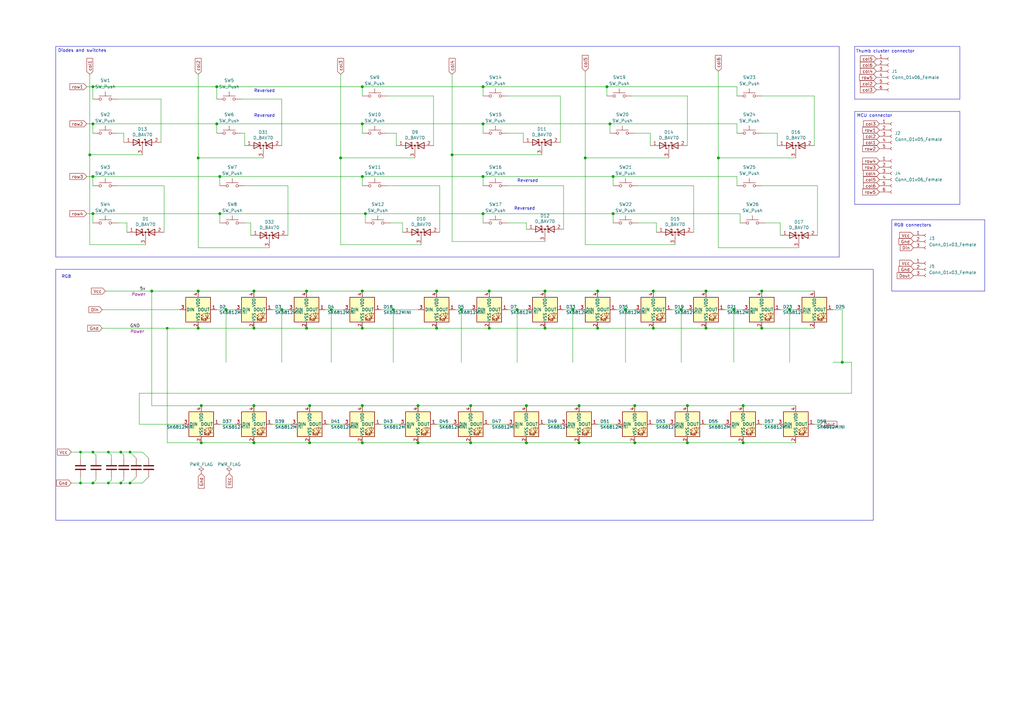
<source format=kicad_sch>
(kicad_sch (version 20221004) (generator eeschema)
  (paper "A3")
  (title_block (title "flex.sch") (date "2022-02-20") (company "bastard keyboards") (comment 3 "CC BY-NC-SA 4.0") (comment 4 "Copyright Quentin Lebastard 2022"))
  (lib_symbols
    (symbol "Connector:Conn_01x03_Female" (pin_names (offset 1.016) hide)
      (property "Reference" "J" (at 0 5.08 0))
      (property "Value" "Conn_01x03_Female" (at 0 -5.08 0))
      (symbol "Conn_01x03_Female_1_1"
        (pin passive line (at -5.08 2.54 0) (length 3.81) (name "Pin_1") (number "1"))
        (pin passive line (at -5.08 0 0) (length 3.81) (name "Pin_2") (number "2"))
        (pin passive line (at -5.08 -2.54 0) (length 3.81) (name "Pin_3") (number "3"))
      )
    )
    (symbol "Connector:Conn_01x05_Female" (pin_names (offset 1.016) hide)
      (property "Reference" "J" (at 0 7.62 0))
      (property "Value" "Conn_01x05_Female" (at 0 -7.62 0))
      (symbol "Conn_01x05_Female_1_1"
        (pin passive line (at -5.08 5.08 0) (length 3.81) (name "Pin_1") (number "1"))
        (pin passive line (at -5.08 2.54 0) (length 3.81) (name "Pin_2") (number "2"))
        (pin passive line (at -5.08 0 0) (length 3.81) (name "Pin_3") (number "3"))
        (pin passive line (at -5.08 -2.54 0) (length 3.81) (name "Pin_4") (number "4"))
        (pin passive line (at -5.08 -5.08 0) (length 3.81) (name "Pin_5") (number "5"))
      )
    )
    (symbol "Connector:Conn_01x06_Female" (pin_names (offset 1.016) hide)
      (property "Reference" "J" (at 0 7.62 0))
      (property "Value" "Conn_01x06_Female" (at 0 -10.16 0))
      (symbol "Conn_01x06_Female_1_1"
        (pin passive line (at -5.08 5.08 0) (length 3.81) (name "Pin_1") (number "1"))
        (pin passive line (at -5.08 2.54 0) (length 3.81) (name "Pin_2") (number "2"))
        (pin passive line (at -5.08 0 0) (length 3.81) (name "Pin_3") (number "3"))
        (pin passive line (at -5.08 -2.54 0) (length 3.81) (name "Pin_4") (number "4"))
        (pin passive line (at -5.08 -5.08 0) (length 3.81) (name "Pin_5") (number "5"))
        (pin passive line (at -5.08 -7.62 0) (length 3.81) (name "Pin_6") (number "6"))
      )
    )
    (symbol "Device:C" (pin_numbers hide) (pin_names (offset 0.254))
      (property "Reference" "C" (at 0.635 2.54 0))
      (property "Value" "C" (at 0.635 -2.54 0))
      (symbol "C_1_1"
        (pin passive line (at 0 3.81 270) (length 2.794) (name "~") (number "1"))
        (pin passive line (at 0 -3.81 90) (length 2.794) (name "~") (number "2"))
      )
    )
    (symbol "PCM_4ms_Power-symbol:PWR_FLAG" (power) (pin_numbers hide) (pin_names (offset 0) hide)
      (property "Value" "PWR_FLAG" (at 0 3.81 0))
      (symbol "PWR_FLAG_0_0"
        (pin power_out line (at 0 0 90) (length 0) (name "pwr") (number "1"))
      )
    )
    (symbol "kbd:D_BAV70" (pin_names (offset 0.762) hide)
      (property "Reference" "D13" (at 0 5.4802 0))
      (property "Value" "D_BAV70" (at 0 3.1815 0))
      (symbol "D_BAV70_0_1"
        (pin passive line (at -7.62 0 0) (length 3.81) (name "A") (number "1"))
        (pin passive line (at 7.62 0 180) (length 3.81) (name "A") (number "2"))
        (pin passive line (at 0 -5.08 90) (length 2.54) (name "K") (number "3"))
      )
    )
    (symbol "kbd:SK6803MINI-E" (pin_names (offset 0.254))
      (property "Reference" "D2" (at 8.6361 1.1494 0))
      (property "Value" "SK6812MINI" (at 8.6361 -1.1493 0))
      (symbol "SK6803MINI-E_0_0"
        (text "RGB" (at 2.286 -4.191 0) (effects (font (size 0.762 0.762))))
      )
      (symbol "SK6803MINI-E_1_1"
        (pin output line (at 7.62 0 180) (length 2.54) (name "DOUT") (number "1"))
        (pin power_in line (at 0 -7.62 90) (length 2.54) (name "VSS") (number "2"))
        (pin input line (at -7.62 0 0) (length 2.54) (name "DIN") (number "3"))
        (pin power_in line (at 0 7.62 270) (length 2.54) (name "VDD") (number "4"))
      )
    )
    (symbol "kbd:SW_Push" (pin_numbers hide) (pin_names hide)
      (property "Reference" "SW1" (at 0 7.62 0))
      (property "Value" "SW_Push" (at 0 5.08 0))
      (symbol "SW_Push_0_1"
        (pin passive line (at -5.08 0 0) (length 2.54) (name "1") (number "1"))
        (pin passive line (at 5.08 0 180) (length 2.54) (name "2") (number "2"))
      )
    )
  )
  (junction (at 345.44 148.59) (diameter 1.016))
  (junction (at 148.59 35.56) (diameter 1.016))
  (junction (at 215.9 166.37) (diameter 1.016))
  (junction (at 240.03 64.77) (diameter 1.016))
  (junction (at 179.07 119.38) (diameter 1.016))
  (junction (at 200.66 119.38) (diameter 1.016))
  (junction (at 198.12 87.63) (diameter 1.016))
  (junction (at 127 166.37) (diameter 1.016))
  (junction (at 88.9 35.56) (diameter 1.016))
  (junction (at 38.1 198.12))
  (junction (at 38.1 185.42))
  (junction (at 179.07 134.62) (diameter 1.016))
  (junction (at 256.54 127) (diameter 1.016))
  (junction (at 82.55 181.61) (diameter 1.016))
  (junction (at 104.14 119.38) (diameter 1.016))
  (junction (at 171.45 181.61) (diameter 1.016))
  (junction (at 215.9 181.61) (diameter 1.016))
  (junction (at 312.42 134.62) (diameter 1.016))
  (junction (at 171.45 166.37) (diameter 1.016))
  (junction (at 148.59 72.39) (diameter 1.016))
  (junction (at 223.52 134.62) (diameter 1.016))
  (junction (at 115.57 127) (diameter 1.016))
  (junction (at 279.4 127) (diameter 1.016))
  (junction (at 38.1 72.39) (diameter 1.016))
  (junction (at 81.28 119.38) (diameter 1.016))
  (junction (at 88.9 50.8) (diameter 1.016))
  (junction (at 248.92 35.56) (diameter 1.016))
  (junction (at 212.09 127) (diameter 1.016))
  (junction (at 281.94 181.61) (diameter 1.016))
  (junction (at 125.73 134.62) (diameter 1.016))
  (junction (at 300.99 127) (diameter 1.016))
  (junction (at 81.28 64.77) (diameter 1.016))
  (junction (at 104.14 166.37) (diameter 1.016))
  (junction (at 289.56 134.62) (diameter 1.016))
  (junction (at 38.1 35.56) (diameter 1.016))
  (junction (at 234.95 127) (diameter 1.016))
  (junction (at 148.59 134.62) (diameter 1.016))
  (junction (at 82.55 166.37) (diameter 1.016))
  (junction (at 148.59 119.38) (diameter 1.016))
  (junction (at 62.23 119.38) (diameter 1.016))
  (junction (at 38.1 50.8) (diameter 1.016))
  (junction (at 281.94 166.37) (diameter 1.016))
  (junction (at 81.28 134.62) (diameter 1.016))
  (junction (at 245.11 134.62) (diameter 1.016))
  (junction (at 44.45 198.12))
  (junction (at 267.97 119.38) (diameter 1.016))
  (junction (at 161.29 127) (diameter 1.016))
  (junction (at 237.49 181.61) (diameter 1.016))
  (junction (at 289.56 119.38) (diameter 1.016))
  (junction (at 304.8 181.61) (diameter 1.016))
  (junction (at 68.58 134.62))
  (junction (at 104.14 181.61) (diameter 1.016))
  (junction (at 127 181.61) (diameter 1.016))
  (junction (at 260.35 181.61) (diameter 1.016))
  (junction (at 245.11 119.38) (diameter 1.016))
  (junction (at 198.12 72.39) (diameter 1.016))
  (junction (at 189.23 127) (diameter 1.016))
  (junction (at 149.86 87.63) (diameter 1.016))
  (junction (at 33.02 198.12))
  (junction (at 198.12 50.8) (diameter 1.016))
  (junction (at 251.46 87.63) (diameter 1.016))
  (junction (at 223.52 119.38) (diameter 1.016))
  (junction (at 323.85 127) (diameter 1.016))
  (junction (at 260.35 166.37) (diameter 1.016))
  (junction (at 148.59 50.8) (diameter 1.016))
  (junction (at 53.34 198.12))
  (junction (at 125.73 119.38) (diameter 1.016))
  (junction (at 49.53 185.42))
  (junction (at 148.59 166.37) (diameter 1.016))
  (junction (at 198.12 35.56) (diameter 1.016))
  (junction (at 251.46 72.39) (diameter 1.016))
  (junction (at 185.42 63.5) (diameter 1.016))
  (junction (at 294.64 64.77) (diameter 1.016))
  (junction (at 135.89 127) (diameter 1.016))
  (junction (at 304.8 166.37) (diameter 1.016))
  (junction (at 49.53 198.12))
  (junction (at 193.04 181.61) (diameter 1.016))
  (junction (at 250.19 50.8) (diameter 1.016))
  (junction (at 38.1 87.63) (diameter 1.016))
  (junction (at 33.02 185.42))
  (junction (at 267.97 134.62) (diameter 1.016))
  (junction (at 139.7 64.77) (diameter 1.016))
  (junction (at 104.14 134.62) (diameter 1.016))
  (junction (at 193.04 166.37) (diameter 1.016))
  (junction (at 148.59 181.61) (diameter 1.016))
  (junction (at 36.83 63.5) (diameter 1.016))
  (junction (at 92.71 127) (diameter 1.016))
  (junction (at 53.34 185.42))
  (junction (at 312.42 119.38) (diameter 1.016))
  (junction (at 44.45 185.42))
  (junction (at 90.17 72.39) (diameter 1.016))
  (junction (at 90.17 87.63) (diameter 1.016))
  (junction (at 200.66 134.62) (diameter 1.016))
  (junction (at 237.49 166.37) (diameter 1.016))
  (wire (pts (xy 82.55 166.37) (xy 104.14 166.37)))
  (wire (pts (xy 186.69 127) (xy 189.23 127)))
  (wire (pts (xy 294.64 101.6) (xy 327.66 101.6)))
  (wire (pts (xy 90.17 173.99) (xy 96.52 173.99)))
  (wire (pts (xy 45.72 186.69) (xy 44.45 185.42)))
  (wire (pts (xy 198.12 35.56) (xy 198.12 39.37)))
  (wire (pts (xy 231.14 127) (xy 234.95 127)))
  (wire (pts (xy 312.42 76.2) (xy 335.28 76.2)))
  (wire (pts (xy 172.72 100.33) (xy 139.7 100.33)))
  (wire (pts (xy 50.8 196.85) (xy 49.53 198.12)))
  (wire (pts (xy 294.64 29.21) (xy 294.64 64.77)))
  (polyline (pts (xy 403.86 90.17) (xy 403.86 119.38)))
  (wire (pts (xy 281.94 39.37) (xy 281.94 59.69)))
  (polyline (pts (xy 350.52 19.05) (xy 393.7 19.05)))
  (wire (pts (xy 38.1 72.39) (xy 38.1 76.2)))
  (wire (pts (xy 165.1 91.44) (xy 165.1 95.25)))
  (wire (pts (xy 345.44 148.59) (xy 349.25 148.59)))
  (wire (pts (xy 158.75 39.37) (xy 177.8 39.37)))
  (polyline (pts (xy 358.14 110.49) (xy 358.14 213.36)))
  (wire (pts (xy 148.59 166.37) (xy 171.45 166.37)))
  (wire (pts (xy 177.8 39.37) (xy 177.8 59.69)))
  (wire (pts (xy 148.59 72.39) (xy 148.59 76.2)))
  (wire (pts (xy 57.15 161.29) (xy 57.15 173.99)))
  (wire (pts (xy 251.46 87.63) (xy 198.12 87.63)))
  (wire (pts (xy 320.04 91.44) (xy 320.04 96.52)))
  (wire (pts (xy 104.14 119.38) (xy 125.73 119.38)))
  (wire (pts (xy 49.53 198.12) (xy 53.34 198.12)))
  (polyline (pts (xy 22.86 110.49) (xy 30.48 110.49)))
  (wire (pts (xy 266.7 54.61) (xy 266.7 59.69)))
  (wire (pts (xy 289.56 173.99) (xy 297.18 173.99)))
  (wire (pts (xy 81.28 64.77) (xy 81.28 101.6)))
  (polyline (pts (xy 22.86 19.05) (xy 344.17 19.05)))
  (wire (pts (xy 193.04 166.37) (xy 215.9 166.37)))
  (wire (pts (xy 135.89 127) (xy 140.97 127)))
  (wire (pts (xy 156.21 127) (xy 161.29 127)))
  (wire (pts (xy 33.02 198.12) (xy 33.02 195.58)))
  (wire (pts (xy 240.03 64.77) (xy 274.32 64.77)))
  (wire (pts (xy 99.06 40.64) (xy 115.57 40.64)))
  (polyline (pts (xy 365.76 90.17) (xy 365.76 119.38)))
  (wire (pts (xy 60.96 187.96) (xy 58.42 185.42)))
  (wire (pts (xy 45.72 187.96) (xy 45.72 186.69)))
  (wire (pts (xy 148.59 181.61) (xy 171.45 181.61)))
  (wire (pts (xy 90.17 87.63) (xy 149.86 87.63)))
  (wire (pts (xy 240.03 29.21) (xy 240.03 64.77)))
  (wire (pts (xy 312.42 134.62) (xy 334.01 134.62)))
  (wire (pts (xy 158.75 54.61) (xy 162.56 54.61)))
  (wire (pts (xy 231.14 76.2) (xy 231.14 93.98)))
  (wire (pts (xy 44.45 198.12) (xy 49.53 198.12)))
  (wire (pts (xy 313.69 91.44) (xy 320.04 91.44)))
  (wire (pts (xy 104.14 166.37) (xy 127 166.37)))
  (wire (pts (xy 208.28 127) (xy 212.09 127)))
  (wire (pts (xy 198.12 87.63) (xy 198.12 91.44)))
  (wire (pts (xy 88.9 50.8) (xy 148.59 50.8)))
  (wire (pts (xy 38.1 35.56) (xy 38.1 40.64)))
  (wire (pts (xy 223.52 134.62) (xy 245.11 134.62)))
  (wire (pts (xy 148.59 134.62) (xy 179.07 134.62)))
  (wire (pts (xy 104.14 181.61) (xy 127 181.61)))
  (wire (pts (xy 260.35 181.61) (xy 281.94 181.61)))
  (wire (pts (xy 234.95 127) (xy 234.95 148.59)))
  (wire (pts (xy 52.07 91.44) (xy 52.07 95.25)))
  (polyline (pts (xy 22.86 19.05) (xy 22.86 105.41)))
  (wire (pts (xy 88.9 35.56) (xy 148.59 35.56)))
  (wire (pts (xy 82.55 181.61) (xy 104.14 181.61)))
  (polyline (pts (xy 393.7 83.82) (xy 350.52 83.82)))
  (wire (pts (xy 304.8 181.61) (xy 326.39 181.61)))
  (wire (pts (xy 135.89 127) (xy 135.89 148.59)))
  (wire (pts (xy 261.62 91.44) (xy 269.24 91.44)))
  (wire (pts (xy 245.11 173.99) (xy 252.73 173.99)))
  (wire (pts (xy 68.58 181.61) (xy 82.55 181.61)))
  (polyline (pts (xy 350.52 45.72) (xy 393.7 45.72)))
  (wire (pts (xy 55.88 187.96) (xy 53.34 185.42)))
  (wire (pts (xy 36.83 30.48) (xy 36.83 63.5)))
  (wire (pts (xy 256.54 127) (xy 260.35 127)))
  (wire (pts (xy 162.56 54.61) (xy 162.56 59.69)))
  (wire (pts (xy 212.09 127) (xy 215.9 127)))
  (wire (pts (xy 44.45 185.42) (xy 49.53 185.42)))
  (wire (pts (xy 90.17 87.63) (xy 90.17 91.44)))
  (wire (pts (xy 148.59 35.56) (xy 148.59 39.37)))
  (wire (pts (xy 33.02 185.42) (xy 29.21 185.42)))
  (wire (pts (xy 38.1 87.63) (xy 38.1 91.44)))
  (wire (pts (xy 53.34 185.42) (xy 58.42 185.42)))
  (wire (pts (xy 312.42 39.37) (xy 334.01 39.37)))
  (wire (pts (xy 179.07 134.62) (xy 200.66 134.62)))
  (wire (pts (xy 200.66 134.62) (xy 223.52 134.62)))
  (wire (pts (xy 294.64 64.77) (xy 294.64 101.6)))
  (wire (pts (xy 50.8 186.69) (xy 49.53 185.42)))
  (wire (pts (xy 45.72 195.58) (xy 45.72 196.85)))
  (wire (pts (xy 41.91 134.62) (xy 68.58 134.62)))
  (polyline (pts (xy 344.17 19.05) (xy 344.17 105.41)))
  (wire (pts (xy 29.21 198.12) (xy 33.02 198.12)))
  (wire (pts (xy 35.56 87.63) (xy 38.1 87.63)))
  (wire (pts (xy 349.25 161.29) (xy 57.15 161.29)))
  (wire (pts (xy 57.15 173.99) (xy 74.93 173.99)))
  (wire (pts (xy 88.9 35.56) (xy 88.9 40.64)))
  (wire (pts (xy 198.12 35.56) (xy 248.92 35.56)))
  (wire (pts (xy 250.19 50.8) (xy 302.26 50.8)))
  (wire (pts (xy 279.4 127) (xy 279.4 148.59)))
  (wire (pts (xy 111.76 127) (xy 115.57 127)))
  (wire (pts (xy 240.03 100.33) (xy 276.86 100.33)))
  (wire (pts (xy 245.11 134.62) (xy 267.97 134.62)))
  (wire (pts (xy 36.83 100.33) (xy 59.69 100.33)))
  (wire (pts (xy 92.71 127) (xy 92.71 148.59)))
  (wire (pts (xy 62.23 119.38) (xy 62.23 166.37)))
  (wire (pts (xy 99.06 54.61) (xy 100.33 54.61)))
  (wire (pts (xy 171.45 181.61) (xy 193.04 181.61)))
  (wire (pts (xy 269.24 91.44) (xy 269.24 95.25)))
  (wire (pts (xy 323.85 127) (xy 323.85 148.59)))
  (wire (pts (xy 35.56 72.39) (xy 38.1 72.39)))
  (wire (pts (xy 39.37 196.85) (xy 38.1 198.12)))
  (wire (pts (xy 256.54 127) (xy 256.54 148.59)))
  (wire (pts (xy 81.28 134.62) (xy 104.14 134.62)))
  (wire (pts (xy 111.76 173.99) (xy 119.38 173.99)))
  (wire (pts (xy 212.09 127) (xy 212.09 148.59)))
  (wire (pts (xy 118.11 76.2) (xy 118.11 96.52)))
  (wire (pts (xy 302.26 72.39) (xy 302.26 76.2)))
  (wire (pts (xy 35.56 50.8) (xy 38.1 50.8)))
  (wire (pts (xy 284.48 76.2) (xy 284.48 95.25)))
  (wire (pts (xy 300.99 127) (xy 300.99 148.59)))
  (wire (pts (xy 260.35 54.61) (xy 266.7 54.61)))
  (wire (pts (xy 156.21 173.99) (xy 163.83 173.99)))
  (wire (pts (xy 48.26 76.2) (xy 67.31 76.2)))
  (polyline (pts (xy 393.7 40.64) (xy 350.52 40.64)))
  (wire (pts (xy 50.8 187.96) (xy 50.8 186.69)))
  (wire (pts (xy 38.1 35.56) (xy 88.9 35.56)))
  (wire (pts (xy 234.95 127) (xy 237.49 127)))
  (wire (pts (xy 198.12 72.39) (xy 198.12 76.2)))
  (wire (pts (xy 38.1 50.8) (xy 88.9 50.8)))
  (polyline (pts (xy 344.17 105.41) (xy 22.86 105.41)))
  (wire (pts (xy 35.56 35.56) (xy 38.1 35.56)))
  (wire (pts (xy 289.56 134.62) (xy 312.42 134.62)))
  (wire (pts (xy 297.18 127) (xy 300.99 127)))
  (wire (pts (xy 161.29 127) (xy 161.29 148.59)))
  (wire (pts (xy 275.59 127) (xy 279.4 127)))
  (polyline (pts (xy 350.52 45.72) (xy 350.52 83.82)))
  (polyline (pts (xy 393.7 45.72) (xy 393.7 83.82)))
  (wire (pts (xy 189.23 127) (xy 189.23 148.59)))
  (wire (pts (xy 81.28 119.38) (xy 104.14 119.38)))
  (wire (pts (xy 240.03 64.77) (xy 240.03 100.33)))
  (wire (pts (xy 208.28 91.44) (xy 215.9 91.44)))
  (wire (pts (xy 341.63 148.59) (xy 345.44 148.59)))
  (wire (pts (xy 39.37 186.69) (xy 38.1 185.42)))
  (wire (pts (xy 193.04 181.61) (xy 215.9 181.61)))
  (wire (pts (xy 229.87 58.42) (xy 229.87 39.37)))
  (wire (pts (xy 158.75 76.2) (xy 180.34 76.2)))
  (wire (pts (xy 302.26 50.8) (xy 302.26 54.61)))
  (wire (pts (xy 38.1 185.42) (xy 44.45 185.42)))
  (wire (pts (xy 334.01 39.37) (xy 334.01 59.69)))
  (wire (pts (xy 133.35 127) (xy 135.89 127)))
  (wire (pts (xy 289.56 119.38) (xy 312.42 119.38)))
  (wire (pts (xy 36.83 63.5) (xy 36.83 100.33)))
  (wire (pts (xy 214.63 54.61) (xy 214.63 58.42)))
  (wire (pts (xy 198.12 50.8) (xy 198.12 54.61)))
  (wire (pts (xy 237.49 166.37) (xy 260.35 166.37)))
  (wire (pts (xy 45.72 196.85) (xy 44.45 198.12)))
  (wire (pts (xy 48.26 40.64) (xy 66.04 40.64)))
  (wire (pts (xy 88.9 50.8) (xy 88.9 54.61)))
  (wire (pts (xy 250.19 50.8) (xy 250.19 54.61)))
  (wire (pts (xy 267.97 119.38) (xy 289.56 119.38)))
  (wire (pts (xy 318.77 54.61) (xy 318.77 59.69)))
  (wire (pts (xy 248.92 35.56) (xy 302.26 35.56)))
  (wire (pts (xy 161.29 127) (xy 171.45 127)))
  (wire (pts (xy 115.57 40.64) (xy 115.57 59.69)))
  (wire (pts (xy 48.26 54.61) (xy 50.8 54.61)))
  (wire (pts (xy 345.44 127) (xy 345.44 148.59)))
  (wire (pts (xy 179.07 173.99) (xy 185.42 173.99)))
  (wire (pts (xy 149.86 87.63) (xy 149.86 91.44)))
  (wire (pts (xy 334.01 173.99) (xy 336.55 173.99)))
  (wire (pts (xy 66.04 40.64) (xy 66.04 58.42)))
  (wire (pts (xy 88.9 127) (xy 92.71 127)))
  (wire (pts (xy 335.28 76.2) (xy 335.28 96.52)))
  (wire (pts (xy 115.57 127) (xy 118.11 127)))
  (wire (pts (xy 92.71 127) (xy 96.52 127)))
  (wire (pts (xy 43.18 119.38) (xy 62.23 119.38)))
  (wire (pts (xy 223.52 173.99) (xy 229.87 173.99)))
  (wire (pts (xy 267.97 134.62) (xy 289.56 134.62)))
  (wire (pts (xy 245.11 119.38) (xy 267.97 119.38)))
  (wire (pts (xy 185.42 63.5) (xy 222.25 63.5)))
  (wire (pts (xy 200.66 173.99) (xy 208.28 173.99)))
  (wire (pts (xy 134.62 173.99) (xy 140.97 173.99)))
  (wire (pts (xy 33.02 187.96) (xy 33.02 185.42)))
  (wire (pts (xy 252.73 127) (xy 256.54 127)))
  (wire (pts (xy 267.97 173.99) (xy 274.32 173.99)))
  (wire (pts (xy 100.33 54.61) (xy 100.33 59.69)))
  (wire (pts (xy 251.46 87.63) (xy 303.53 87.63)))
  (wire (pts (xy 304.8 166.37) (xy 326.39 166.37)))
  (wire (pts (xy 38.1 72.39) (xy 90.17 72.39)))
  (wire (pts (xy 251.46 91.44) (xy 251.46 87.63)))
  (wire (pts (xy 160.02 91.44) (xy 165.1 91.44)))
  (wire (pts (xy 302.26 35.56) (xy 302.26 39.37)))
  (wire (pts (xy 148.59 35.56) (xy 198.12 35.56)))
  (wire (pts (xy 49.53 185.42) (xy 53.34 185.42)))
  (wire (pts (xy 148.59 72.39) (xy 198.12 72.39)))
  (wire (pts (xy 279.4 127) (xy 281.94 127)))
  (wire (pts (xy 294.64 64.77) (xy 326.39 64.77)))
  (wire (pts (xy 180.34 76.2) (xy 180.34 95.25)))
  (wire (pts (xy 115.57 127) (xy 115.57 148.59)))
  (wire (pts (xy 179.07 119.38) (xy 200.66 119.38)))
  (wire (pts (xy 148.59 50.8) (xy 198.12 50.8)))
  (wire (pts (xy 312.42 173.99) (xy 318.77 173.99)))
  (wire (pts (xy 208.28 54.61) (xy 214.63 54.61)))
  (wire (pts (xy 68.58 134.62) (xy 68.58 181.61)))
  (wire (pts (xy 237.49 181.61) (xy 260.35 181.61)))
  (wire (pts (xy 33.02 185.42) (xy 38.1 185.42)))
  (wire (pts (xy 125.73 119.38) (xy 148.59 119.38)))
  (wire (pts (xy 33.02 198.12) (xy 38.1 198.12)))
  (wire (pts (xy 189.23 127) (xy 193.04 127)))
  (wire (pts (xy 198.12 72.39) (xy 251.46 72.39)))
  (wire (pts (xy 55.88 195.58) (xy 53.34 198.12)))
  (wire (pts (xy 312.42 54.61) (xy 318.77 54.61)))
  (wire (pts (xy 148.59 50.8) (xy 148.59 54.61)))
  (wire (pts (xy 48.26 91.44) (xy 52.07 91.44)))
  (wire (pts (xy 215.9 181.61) (xy 237.49 181.61)))
  (wire (pts (xy 90.17 72.39) (xy 90.17 76.2)))
  (wire (pts (xy 90.17 72.39) (xy 148.59 72.39)))
  (wire (pts (xy 53.34 198.12) (xy 58.42 198.12)))
  (polyline (pts (xy 22.86 213.36) (xy 22.86 110.49)))
  (wire (pts (xy 281.94 181.61) (xy 304.8 181.61)))
  (wire (pts (xy 102.87 91.44) (xy 102.87 96.52)))
  (wire (pts (xy 139.7 64.77) (xy 170.18 64.77)))
  (wire (pts (xy 341.63 127) (xy 345.44 127)))
  (wire (pts (xy 125.73 134.62) (xy 148.59 134.62)))
  (wire (pts (xy 185.42 99.06) (xy 223.52 99.06)))
  (wire (pts (xy 185.42 63.5) (xy 185.42 99.06)))
  (wire (pts (xy 39.37 195.58) (xy 39.37 196.85)))
  (wire (pts (xy 100.33 76.2) (xy 118.11 76.2)))
  (polyline (pts (xy 393.7 19.05) (xy 393.7 40.64)))
  (wire (pts (xy 60.96 195.58) (xy 58.42 198.12)))
  (wire (pts (xy 320.04 127) (xy 323.85 127)))
  (polyline (pts (xy 358.14 213.36) (xy 22.86 213.36)))
  (wire (pts (xy 68.58 134.62) (xy 81.28 134.62)))
  (wire (pts (xy 215.9 91.44) (xy 215.9 93.98)))
  (polyline (pts (xy 365.76 90.17) (xy 403.86 90.17)))
  (wire (pts (xy 323.85 127) (xy 326.39 127)))
  (wire (pts (xy 41.91 127) (xy 73.66 127)))
  (wire (pts (xy 259.08 39.37) (xy 281.94 39.37)))
  (wire (pts (xy 171.45 166.37) (xy 193.04 166.37)))
  (wire (pts (xy 223.52 119.38) (xy 245.11 119.38)))
  (wire (pts (xy 300.99 127) (xy 304.8 127)))
  (wire (pts (xy 110.49 101.6) (xy 81.28 101.6)))
  (wire (pts (xy 107.95 64.77) (xy 81.28 64.77)))
  (wire (pts (xy 349.25 148.59) (xy 349.25 161.29)))
  (wire (pts (xy 38.1 198.12) (xy 44.45 198.12)))
  (polyline (pts (xy 30.48 110.49) (xy 358.14 110.49)))
  (wire (pts (xy 148.59 119.38) (xy 179.07 119.38)))
  (wire (pts (xy 229.87 39.37) (xy 208.28 39.37)))
  (wire (pts (xy 303.53 87.63) (xy 303.53 91.44)))
  (wire (pts (xy 38.1 87.63) (xy 90.17 87.63)))
  (wire (pts (xy 50.8 195.58) (xy 50.8 196.85)))
  (wire (pts (xy 50.8 54.61) (xy 50.8 58.42)))
  (wire (pts (xy 139.7 64.77) (xy 139.7 100.33)))
  (wire (pts (xy 312.42 119.38) (xy 334.01 119.38)))
  (wire (pts (xy 81.28 30.48) (xy 81.28 64.77)))
  (polyline (pts (xy 350.52 19.05) (xy 350.52 40.64)))
  (wire (pts (xy 198.12 50.8) (xy 250.19 50.8)))
  (wire (pts (xy 39.37 187.96) (xy 39.37 186.69)))
  (wire (pts (xy 127 181.61) (xy 148.59 181.61)))
  (wire (pts (xy 38.1 50.8) (xy 38.1 54.61)))
  (wire (pts (xy 127 166.37) (xy 148.59 166.37)))
  (wire (pts (xy 62.23 119.38) (xy 81.28 119.38)))
  (wire (pts (xy 139.7 30.48) (xy 139.7 64.77)))
  (wire (pts (xy 251.46 72.39) (xy 251.46 76.2)))
  (wire (pts (xy 185.42 30.48) (xy 185.42 63.5)))
  (polyline (pts (xy 403.86 119.38) (xy 365.76 119.38)))
  (wire (pts (xy 251.46 72.39) (xy 302.26 72.39)))
  (wire (pts (xy 62.23 166.37) (xy 82.55 166.37)))
  (wire (pts (xy 208.28 76.2) (xy 231.14 76.2)))
  (wire (pts (xy 261.62 76.2) (xy 284.48 76.2)))
  (wire (pts (xy 149.86 87.63) (xy 198.12 87.63)))
  (wire (pts (xy 200.66 119.38) (xy 223.52 119.38)))
  (wire (pts (xy 281.94 166.37) (xy 304.8 166.37)))
  (wire (pts (xy 215.9 166.37) (xy 237.49 166.37)))
  (wire (pts (xy 260.35 166.37) (xy 281.94 166.37)))
  (wire (pts (xy 248.92 39.37) (xy 248.92 35.56)))
  (wire (pts (xy 104.14 134.62) (xy 125.73 134.62)))
  (wire (pts (xy 100.33 91.44) (xy 102.87 91.44)))
  (wire (pts (xy 67.31 76.2) (xy 67.31 95.25)))
  (wire (pts (xy 58.42 63.5) (xy 36.83 63.5)))
  (text "Reversed" (at 212.09 74.93 0) (effects (font (size 1.27 1.27)) (justify left bottom)))
  (text "Diodes and switches" (at 43.688 21.59 0) (effects (font (size 1.27 1.27)) (justify right bottom)))
  (text "Reversed" (at 104.14 38.1 0) (effects (font (size 1.27 1.27)) (justify left bottom)))
  (text "RGB" (at 29.21 114.3 0) (effects (font (size 1.27 1.27)) (justify right bottom)))
  (text "MCU connector" (at 366.014 48.26 0) (effects (font (size 1.27 1.27)) (justify right bottom)))
  (text "Reversed" (at 210.82 86.36 0) (effects (font (size 1.27 1.27)) (justify left bottom)))
  (text "Thumb cluster connector" (at 375.158 21.844 0) (effects (font (size 1.27 1.27)) (justify right bottom)))
  (text "This work is licensed under a Creative Commons Attribution-NonCommercial-ShareAlike 4.0 International License." (at 429.26 378.46 0) (effects (font (size 1.27 1.27)) (justify left bottom)))
  (text "RGB connectors" (at 382.016 93.218 0) (effects (font (size 1.27 1.27)) (justify right bottom)))
  (text "Reversed" (at 104.14 48.26 0) (effects (font (size 1.27 1.27)) (justify left bottom)))
  (label "GND" (at 53.34 134.62 0) (property "Netclass" "Power" (at 53.34 135.89 0) (effects (font italic) (justify left))))
  (label "5v" (at 59.69 119.38 180) (property "Netclass" "Power" (at 59.69 120.65 0) (effects (font italic) (justify right))))
  (global_label "Din" (shape input) (at 41.91 127 180) (property "Intersheet References" "${INTERSHEET_REFS}" (effects hide)))
  (global_label "Gnd" (shape input) (at 82.55 194.31 270) (property "Intersheet References" "${INTERSHEET_REFS}" (effects hide)))
  (global_label "col6" (shape input) (at 360.68 76.2 180) (property "Intersheet References" "${INTERSHEET_REFS}" (effects hide)))
  (global_label "col5" (shape input) (at 360.68 73.66 180) (property "Intersheet References" "${INTERSHEET_REFS}" (effects hide)))
  (global_label "col2" (shape input) (at 359.41 34.29 180) (property "Intersheet References" "${INTERSHEET_REFS}" (effects hide)))
  (global_label "Din" (shape input) (at 374.65 101.6 180) (property "Intersheet References" "${INTERSHEET_REFS}" (effects hide)))
  (global_label "col5" (shape input) (at 240.03 29.21 90) (property "Intersheet References" "${INTERSHEET_REFS}" (effects hide)))
  (global_label "Vcc" (shape input) (at 93.98 194.31 270) (property "Intersheet References" "${INTERSHEET_REFS}" (effects hide)))
  (global_label "Dout" (shape input) (at 336.55 173.99 0) (property "Intersheet References" "${INTERSHEET_REFS}" (effects hide)))
  (global_label "col3" (shape input) (at 139.7 30.48 90) (property "Intersheet References" "${INTERSHEET_REFS}" (effects hide)))
  (global_label "row3" (shape input) (at 360.68 68.58 180) (property "Intersheet References" "${INTERSHEET_REFS}" (effects hide)))
  (global_label "Vcc" (shape input) (at 43.18 119.38 180) (property "Intersheet References" "${INTERSHEET_REFS}" (effects hide)))
  (global_label "Gnd" (shape input) (at 374.65 99.06 180) (property "Intersheet References" "${INTERSHEET_REFS}" (effects hide)))
  (global_label "row5" (shape input) (at 359.41 31.75 180) (property "Intersheet References" "${INTERSHEET_REFS}" (effects hide)))
  (global_label "col2" (shape input) (at 360.68 55.88 180) (property "Intersheet References" "${INTERSHEET_REFS}" (effects hide)))
  (global_label "row3" (shape input) (at 35.56 72.39 180) (property "Intersheet References" "${INTERSHEET_REFS}" (effects hide)))
  (global_label "Gnd" (shape input) (at 41.91 134.62 180) (property "Intersheet References" "${INTERSHEET_REFS}" (effects hide)))
  (global_label "col4" (shape input) (at 359.41 29.21 180) (property "Intersheet References" "${INTERSHEET_REFS}" (effects hide)))
  (global_label "col3" (shape input) (at 359.41 36.83 180) (property "Intersheet References" "${INTERSHEET_REFS}" (effects hide)))
  (global_label "col4" (shape input) (at 185.42 30.48 90) (property "Intersheet References" "${INTERSHEET_REFS}" (effects hide)))
  (global_label "row5" (shape input) (at 360.68 78.74 180) (property "Intersheet References" "${INTERSHEET_REFS}" (effects hide)))
  (global_label "row1" (shape input) (at 360.68 53.34 180) (property "Intersheet References" "${INTERSHEET_REFS}" (effects hide)))
  (global_label "row4" (shape input) (at 360.68 66.04 180) (property "Intersheet References" "${INTERSHEET_REFS}" (effects hide)))
  (global_label "Vcc" (shape input) (at 29.21 185.42 180) (property "Intersheet References" "${INTERSHEET_REFS}" (effects hide)))
  (global_label "row2" (shape input) (at 360.68 60.96 180) (property "Intersheet References" "${INTERSHEET_REFS}" (effects hide)))
  (global_label "col1" (shape input) (at 360.68 58.42 180) (property "Intersheet References" "${INTERSHEET_REFS}" (effects hide)))
  (global_label "col6" (shape input) (at 359.41 26.67 180) (property "Intersheet References" "${INTERSHEET_REFS}" (effects hide)))
  (global_label "col6" (shape input) (at 294.64 29.21 90) (property "Intersheet References" "${INTERSHEET_REFS}" (effects hide)))
  (global_label "col3" (shape input) (at 360.68 50.8 180) (property "Intersheet References" "${INTERSHEET_REFS}" (effects hide)))
  (global_label "row4" (shape input) (at 35.56 87.63 180) (property "Intersheet References" "${INTERSHEET_REFS}" (effects hide)))
  (global_label "Gnd" (shape input) (at 374.65 110.49 180) (property "Intersheet References" "${INTERSHEET_REFS}" (effects hide)))
  (global_label "row1" (shape input) (at 35.56 35.56 180) (property "Intersheet References" "${INTERSHEET_REFS}" (effects hide)))
  (global_label "Gnd" (shape input) (at 29.21 198.12 180) (property "Intersheet References" "${INTERSHEET_REFS}" (effects hide)))
  (global_label "row2" (shape input) (at 35.56 50.8 180) (property "Intersheet References" "${INTERSHEET_REFS}" (effects hide)))
  (global_label "Vcc" (shape input) (at 374.65 107.95 180) (property "Intersheet References" "${INTERSHEET_REFS}" (effects hide)))
  (global_label "col1" (shape input) (at 36.83 30.48 90) (property "Intersheet References" "${INTERSHEET_REFS}" (effects hide)))
  (global_label "Dout" (shape input) (at 374.65 113.03 180) (property "Intersheet References" "${INTERSHEET_REFS}" (effects hide)))
  (global_label "col5" (shape input) (at 359.41 24.13 180) (property "Intersheet References" "${INTERSHEET_REFS}" (effects hide)))
  (global_label "col2" (shape input) (at 81.28 30.48 90) (property "Intersheet References" "${INTERSHEET_REFS}" (effects hide)))
  (global_label "col4" (shape input) (at 360.68 71.12 180) (property "Intersheet References" "${INTERSHEET_REFS}" (effects hide)))
  (global_label "Vcc" (shape input) (at 374.65 96.52 180) (property "Intersheet References" "${INTERSHEET_REFS}" (effects hide)))
  (symbol (lib_id "kbd:D_BAV70") (at 276.86 95.25 0) (unit 1)
    (property "Reference" "D15" (at 276.86 89.7698 0))
    (property "Value" "D_BAV70" (at 276.86 92.0685 0))
    (property "Footprint" "prettylib:TSOT-23_HandSoldering" (effects hide))
    (property "LCSC" "C68978" (effects hide))
  )
  (symbol (lib_id "Device:C") (at 33.02 191.77 0) (unit 1)
    (property "Reference" "C1" (effects hide))
    (property "Value" "C" (effects hide))
    (property "Footprint" "Capacitor_SMD:C_0805_2012Metric" (effects hide))
    (property "LCSC" "C28323" (effects hide))
  )
  (symbol (lib_id "kbd:SW_Push") (at 43.18 54.61 0) (mirror y) (unit 1)
    (property "Reference" "SW2" (at 43.18 46.99 0))
    (property "Value" "SW_Push" (at 43.18 49.53 0))
    (property "Footprint" "prettylib:SW_MX_KS_Choc-mod" (effects hide))
  )
  (symbol (lib_id "kbd:SW_Push") (at 256.54 91.44 0) (mirror y) (unit 1)
    (property "Reference" "SW22" (at 256.54 83.82 0))
    (property "Value" "SW_Push" (at 256.54 86.36 0))
    (property "Footprint" "prettylib:SW_MX_KS_Choc-mod" (effects hide))
  )
  (symbol (lib_id "kbd:SK6803MINI-E") (at 267.97 127 0) (unit 1)
    (property "Reference" "D19" (at 276.6061 125.8506 0) (effects (justify left)))
    (property "Value" "SK6812MINI" (at 276.6061 128.1493 0) (effects (justify left)))
    (property "Footprint" "prettylib:YS-SK6812MINI-E-bkb" (effects hide))
    (property "Datasheet" "https://cdn-shop.adafruit.com/product-files/2686/SK6812MINI_REV.01-1-2.pdf" (effects hide))
  )
  (symbol (lib_id "kbd:SK6803MINI-E") (at 148.59 173.99 0) (unit 1)
    (property "Reference" "D43" (at 157.2261 172.8406 0) (effects (justify left)))
    (property "Value" "SK6812MINI" (at 157.2261 175.1393 0) (effects (justify left)))
    (property "Footprint" "prettylib:YS-SK6812MINI-E-bkb" (effects hide))
    (property "Datasheet" "https://cdn-shop.adafruit.com/product-files/2686/SK6812MINI_REV.01-1-2.pdf" (effects hide))
  )
  (symbol (lib_id "kbd:SK6803MINI-E") (at 81.28 127 0) (unit 1)
    (property "Reference" "D2" (at 89.9161 125.8506 0) (effects (justify left)))
    (property "Value" "SK6812MINI" (at 89.9161 128.1493 0) (effects (justify left)))
    (property "Footprint" "prettylib:YS-SK6812MINI-E-bkb" (effects hide))
    (property "Datasheet" "https://cdn-shop.adafruit.com/product-files/2686/SK6812MINI_REV.01-1-2.pdf" (effects hide))
  )
  (symbol (lib_id "kbd:SK6803MINI-E") (at 312.42 127 0) (unit 1)
    (property "Reference" "D23" (at 321.0561 125.8506 0) (effects (justify left)))
    (property "Value" "SK6812MINI" (at 321.0561 128.1493 0) (effects (justify left)))
    (property "Footprint" "prettylib:YS-SK6812MINI-E-bkb" (effects hide))
    (property "Datasheet" "https://cdn-shop.adafruit.com/product-files/2686/SK6812MINI_REV.01-1-2.pdf" (effects hide))
  )
  (symbol (lib_id "kbd:D_BAV70") (at 327.66 96.52 0) (unit 1)
    (property "Reference" "D17" (at 327.66 91.0398 0))
    (property "Value" "D_BAV70" (at 327.66 93.3385 0))
    (property "Footprint" "prettylib:TSOT-23_HandSoldering" (effects hide))
    (property "LCSC" "C68978" (effects hide))
  )
  (symbol (lib_id "kbd:SK6803MINI-E") (at 223.52 127 0) (unit 1)
    (property "Reference" "D33" (at 232.1561 125.8506 0) (effects (justify left)))
    (property "Value" "SK6812MINI" (at 232.1561 128.1493 0) (effects (justify left)))
    (property "Footprint" "prettylib:YS-SK6812MINI-E-bkb" (effects hide))
    (property "Datasheet" "https://cdn-shop.adafruit.com/product-files/2686/SK6812MINI_REV.01-1-2.pdf" (effects hide))
  )
  (symbol (lib_id "kbd:SK6803MINI-E") (at 82.55 173.99 0) (unit 1)
    (property "Reference" "D37" (at 91.1861 172.8406 0) (effects (justify left)))
    (property "Value" "SK6812MINI" (at 91.1861 175.1393 0) (effects (justify left)))
    (property "Footprint" "prettylib:YS-SK6812MINI-E-bkb" (effects hide))
    (property "Datasheet" "https://cdn-shop.adafruit.com/product-files/2686/SK6812MINI_REV.01-1-2.pdf" (effects hide))
  )
  (symbol (lib_id "kbd:SW_Push") (at 93.98 40.64 0) (mirror y) (unit 1)
    (property "Reference" "SW5" (at 93.98 33.02 0))
    (property "Value" "SW_Push" (at 93.98 35.56 0))
    (property "Footprint" "prettylib:SW_MX_KS_Choc-mod" (effects hide))
  )
  (symbol (lib_id "kbd:SK6803MINI-E") (at 104.14 173.99 0) (unit 1)
    (property "Reference" "D39" (at 112.7761 172.8406 0) (effects (justify left)))
    (property "Value" "SK6812MINI" (at 112.7761 175.1393 0) (effects (justify left)))
    (property "Footprint" "prettylib:YS-SK6812MINI-E-bkb" (effects hide))
    (property "Datasheet" "https://cdn-shop.adafruit.com/product-files/2686/SK6812MINI_REV.01-1-2.pdf" (effects hide))
  )
  (symbol (lib_id "kbd:SK6803MINI-E") (at 289.56 127 0) (unit 1)
    (property "Reference" "D21" (at 298.1961 125.8506 0) (effects (justify left)))
    (property "Value" "SK6812MINI" (at 298.1961 128.1493 0) (effects (justify left)))
    (property "Footprint" "prettylib:YS-SK6812MINI-E-bkb" (effects hide))
    (property "Datasheet" "https://cdn-shop.adafruit.com/product-files/2686/SK6812MINI_REV.01-1-2.pdf" (effects hide))
  )
  (symbol (lib_id "kbd:SW_Push") (at 153.67 76.2 0) (mirror y) (unit 1)
    (property "Reference" "SW11" (at 153.67 68.58 0))
    (property "Value" "SW_Push" (at 153.67 71.12 0))
    (property "Footprint" "prettylib:SW_MX_KS_Choc-mod" (effects hide))
  )
  (symbol (lib_id "kbd:SW_Push") (at 154.94 91.44 0) (mirror y) (unit 1)
    (property "Reference" "SW12" (at 154.94 83.82 0))
    (property "Value" "SW_Push" (at 154.94 86.36 0))
    (property "Footprint" "prettylib:SW_MX_KS_Choc-mod" (effects hide))
  )
  (symbol (lib_id "kbd:SW_Push") (at 95.25 91.44 0) (mirror y) (unit 1)
    (property "Reference" "SW8" (at 95.25 83.82 0))
    (property "Value" "SW_Push" (at 95.25 86.36 0))
    (property "Footprint" "prettylib:SW_MX_KS_Choc-mod" (effects hide))
  )
  (symbol (lib_id "Connector:Conn_01x03_Female") (at 379.73 110.49 0) (unit 1)
    (property "Reference" "J5" (at 381 109.22 0) (effects (justify left)))
    (property "Value" "Conn_01x03_Female" (at 381 111.76 0) (effects (justify left)))
    (property "Footprint" "Connector_PinHeader_2.54mm:PinHeader_1x03_P2.54mm_Vertical" (effects hide))
  )
  (symbol (lib_id "kbd:D_BAV70") (at 223.52 93.98 0) (unit 1)
    (property "Reference" "D12" (at 223.52 88.4998 0))
    (property "Value" "D_BAV70" (at 223.52 90.7985 0))
    (property "Footprint" "prettylib:TSOT-23_HandSoldering" (effects hide))
    (property "LCSC" "C68978" (effects hide))
  )
  (symbol (lib_id "Device:C") (at 60.96 191.77 0) (unit 1)
    (property "Reference" "C6" (effects hide))
    (property "Value" "C" (effects hide))
    (property "Footprint" "Capacitor_SMD:C_0805_2012Metric" (effects hide))
    (property "LCSC" "C28323" (effects hide))
  )
  (symbol (lib_id "kbd:SK6803MINI-E") (at 127 173.99 0) (unit 1)
    (property "Reference" "D41" (at 135.6361 172.8406 0) (effects (justify left)))
    (property "Value" "SK6812MINI" (at 135.6361 175.1393 0) (effects (justify left)))
    (property "Footprint" "prettylib:YS-SK6812MINI-E-bkb" (effects hide))
    (property "Datasheet" "https://cdn-shop.adafruit.com/product-files/2686/SK6812MINI_REV.01-1-2.pdf" (effects hide))
  )
  (symbol (lib_id "kbd:SW_Push") (at 93.98 54.61 0) (mirror y) (unit 1)
    (property "Reference" "SW6" (at 93.98 46.99 0))
    (property "Value" "SW_Push" (at 93.98 49.53 0))
    (property "Footprint" "prettylib:SW_MX_KS_Choc-mod" (effects hide))
  )
  (symbol (lib_id "kbd:SW_Push") (at 43.18 40.64 0) (mirror y) (unit 1)
    (property "Reference" "SW1" (at 43.18 33.02 0))
    (property "Value" "SW_Push" (at 43.18 35.56 0))
    (property "Footprint" "prettylib:SW_MX_KS_Choc-mod" (effects hide))
  )
  (symbol (lib_id "kbd:SK6803MINI-E") (at 193.04 173.99 0) (unit 1)
    (property "Reference" "D47" (at 201.6761 172.8406 0) (effects (justify left)))
    (property "Value" "SK6812MINI" (at 201.6761 175.1393 0) (effects (justify left)))
    (property "Footprint" "prettylib:YS-SK6812MINI-E-bkb" (effects hide))
    (property "Datasheet" "https://cdn-shop.adafruit.com/product-files/2686/SK6812MINI_REV.01-1-2.pdf" (effects hide))
  )
  (symbol (lib_id "kbd:SW_Push") (at 43.18 76.2 0) (mirror y) (unit 1)
    (property "Reference" "SW3" (at 43.18 68.58 0))
    (property "Value" "SW_Push" (at 43.18 71.12 0))
    (property "Footprint" "prettylib:SW_MX_KS_Choc-mod" (effects hide))
  )
  (symbol (lib_id "kbd:SW_Push") (at 203.2 39.37 0) (mirror y) (unit 1)
    (property "Reference" "SW14" (at 203.2 31.75 0))
    (property "Value" "SW_Push" (at 203.2 34.29 0))
    (property "Footprint" "prettylib:SW_MX_KS_Choc-mod" (effects hide))
  )
  (symbol (lib_id "Device:C") (at 45.72 191.77 0) (unit 1)
    (property "Reference" "C3" (effects hide))
    (property "Value" "C" (effects hide))
    (property "Footprint" "Capacitor_SMD:C_0805_2012Metric" (effects hide))
    (property "LCSC" "C28323" (effects hide))
  )
  (symbol (lib_id "kbd:SK6803MINI-E") (at 326.39 173.99 0) (unit 1)
    (property "Reference" "D59" (at 335.0261 172.8406 0) (effects (justify left)))
    (property "Value" "SK6812MINI" (at 335.0261 175.1393 0) (effects (justify left)))
    (property "Footprint" "prettylib:YS-SK6812MINI-E-bkb" (effects hide))
    (property "Datasheet" "https://cdn-shop.adafruit.com/product-files/2686/SK6812MINI_REV.01-1-2.pdf" (effects hide))
  )
  (symbol (lib_id "kbd:SW_Push") (at 307.34 54.61 0) (mirror y) (unit 1)
    (property "Reference" "SW24" (at 307.34 46.99 0))
    (property "Value" "SW_Push" (at 307.34 49.53 0))
    (property "Footprint" "prettylib:SW_MX_KS_Choc-mod" (effects hide))
  )
  (symbol (lib_id "kbd:D_BAV70") (at 170.18 59.69 0) (unit 1)
    (property "Reference" "D9" (at 170.18 54.2098 0))
    (property "Value" "D_BAV70" (at 170.18 56.5085 0))
    (property "Footprint" "prettylib:TSOT-23_HandSoldering" (effects hide))
    (property "LCSC" "C68978" (effects hide))
  )
  (symbol (lib_id "PCM_4ms_Power-symbol:PWR_FLAG") (at 82.55 194.31 0) (unit 1)
    (property "Reference" "#FLG0101" (effects hide))
    (property "Value" "PWR_FLAG" (at 82.55 190.5 0))
  )
  (symbol (lib_id "kbd:SW_Push") (at 255.27 54.61 0) (mirror y) (unit 1)
    (property "Reference" "SW20" (at 255.27 46.99 0))
    (property "Value" "SW_Push" (at 255.27 49.53 0))
    (property "Footprint" "prettylib:SW_MX_KS_Choc-mod" (effects hide))
  )
  (symbol (lib_id "kbd:SW_Push") (at 153.67 39.37 0) (mirror y) (unit 1)
    (property "Reference" "SW9" (at 153.67 31.75 0))
    (property "Value" "SW_Push" (at 153.67 34.29 0))
    (property "Footprint" "prettylib:SW_MX_KS_Choc-mod" (effects hide))
  )
  (symbol (lib_id "kbd:SK6803MINI-E") (at 179.07 127 0) (unit 1)
    (property "Reference" "D5" (at 187.7061 125.8506 0) (effects (justify left)))
    (property "Value" "SK6812MINI" (at 187.7061 128.1493 0) (effects (justify left)))
    (property "Footprint" "prettylib:YS-SK6812MINI-E-bkb" (effects hide))
    (property "Datasheet" "https://cdn-shop.adafruit.com/product-files/2686/SK6812MINI_REV.01-1-2.pdf" (effects hide))
  )
  (symbol (lib_id "kbd:SK6803MINI-E") (at 200.66 127 0) (unit 1)
    (property "Reference" "D7" (at 209.2961 125.8506 0) (effects (justify left)))
    (property "Value" "SK6812MINI" (at 209.2961 128.1493 0) (effects (justify left)))
    (property "Footprint" "prettylib:YS-SK6812MINI-E-bkb" (effects hide))
    (property "Datasheet" "https://cdn-shop.adafruit.com/product-files/2686/SK6812MINI_REV.01-1-2.pdf" (effects hide))
  )
  (symbol (lib_id "kbd:SW_Push") (at 203.2 54.61 0) (mirror y) (unit 1)
    (property "Reference" "SW15" (at 203.2 46.99 0))
    (property "Value" "SW_Push" (at 203.2 49.53 0))
    (property "Footprint" "prettylib:SW_MX_KS_Choc-mod" (effects hide))
  )
  (symbol (lib_id "kbd:SW_Push") (at 203.2 91.44 0) (mirror y) (unit 1)
    (property "Reference" "SW17" (at 203.2 83.82 0))
    (property "Value" "SW_Push" (at 203.2 86.36 0))
    (property "Footprint" "prettylib:SW_MX_KS_Choc-mod" (effects hide))
  )
  (symbol (lib_id "kbd:D_BAV70") (at 59.69 95.25 0) (unit 1)
    (property "Reference" "D1" (at 59.69 89.7698 0))
    (property "Value" "D_BAV70" (at 59.69 92.0685 0))
    (property "Footprint" "prettylib:TSOT-23_HandSoldering" (effects hide))
    (property "LCSC" "C68978" (effects hide))
  )
  (symbol (lib_id "Connector:Conn_01x03_Female") (at 379.73 99.06 0) (unit 1)
    (property "Reference" "J3" (at 381 97.79 0) (effects (justify left)))
    (property "Value" "Conn_01x03_Female" (at 381 100.33 0) (effects (justify left)))
    (property "Footprint" "Connector_PinHeader_2.54mm:PinHeader_1x03_P2.54mm_Vertical" (effects hide))
  )
  (symbol (lib_id "kbd:SK6803MINI-E") (at 260.35 173.99 0) (unit 1)
    (property "Reference" "D53" (at 268.9861 172.8406 0) (effects (justify left)))
    (property "Value" "SK6812MINI" (at 268.9861 175.1393 0) (effects (justify left)))
    (property "Footprint" "prettylib:YS-SK6812MINI-E-bkb" (effects hide))
    (property "Datasheet" "https://cdn-shop.adafruit.com/product-files/2686/SK6812MINI_REV.01-1-2.pdf" (effects hide))
  )
  (symbol (lib_id "kbd:SW_Push") (at 307.34 76.2 0) (mirror y) (unit 1)
    (property "Reference" "SW25" (at 307.34 68.58 0))
    (property "Value" "SW_Push" (at 307.34 71.12 0))
    (property "Footprint" "prettylib:SW_MX_KS_Choc-mod" (effects hide))
  )
  (symbol (lib_id "Device:C") (at 50.8 191.77 0) (unit 1)
    (property "Reference" "C4" (effects hide))
    (property "Value" "C" (effects hide))
    (property "Footprint" "Capacitor_SMD:C_0805_2012Metric" (effects hide))
    (property "LCSC" "C28323" (effects hide))
  )
  (symbol (lib_id "Connector:Conn_01x05_Female") (at 365.76 55.88 0) (unit 1)
    (property "Reference" "J2" (at 367.03 54.61 0) (effects (justify left)))
    (property "Value" "Conn_01x05_Female" (at 367.03 57.15 0) (effects (justify left)))
    (property "Footprint" "customs:PinHeader_1x05_P2.54mm_Vertical" (effects hide))
  )
  (symbol (lib_id "kbd:SK6803MINI-E") (at 304.8 173.99 0) (unit 1)
    (property "Reference" "D57" (at 313.4361 172.8406 0) (effects (justify left)))
    (property "Value" "SK6812MINI" (at 313.4361 175.1393 0) (effects (justify left)))
    (property "Footprint" "prettylib:YS-SK6812MINI-E-bkb" (effects hide))
    (property "Datasheet" "https://cdn-shop.adafruit.com/product-files/2686/SK6812MINI_REV.01-1-2.pdf" (effects hide))
  )
  (symbol (lib_id "kbd:SW_Push") (at 43.18 91.44 0) (mirror y) (unit 1)
    (property "Reference" "SW4" (at 43.18 83.82 0))
    (property "Value" "SW_Push" (at 43.18 86.36 0))
    (property "Footprint" "prettylib:SW_MX_KS_Choc-mod" (effects hide))
  )
  (symbol (lib_id "kbd:D_BAV70") (at 172.72 95.25 0) (unit 1)
    (property "Reference" "D10" (at 172.72 89.7698 0))
    (property "Value" "D_BAV70" (at 172.72 92.0685 0))
    (property "Footprint" "prettylib:TSOT-23_HandSoldering" (effects hide))
    (property "LCSC" "C68978" (effects hide))
  )
  (symbol (lib_id "kbd:D_BAV70") (at 222.25 58.42 0) (unit 1)
    (property "Reference" "D11" (at 222.25 52.9398 0))
    (property "Value" "D_BAV70" (at 222.25 55.2385 0))
    (property "Footprint" "prettylib:TSOT-23_HandSoldering" (effects hide))
    (property "LCSC" "C68978" (effects hide))
  )
  (symbol (lib_id "Device:C") (at 55.88 191.77 0) (unit 1)
    (property "Reference" "C5" (effects hide))
    (property "Value" "C" (effects hide))
    (property "Footprint" "Capacitor_SMD:C_0805_2012Metric" (effects hide))
    (property "LCSC" "C28323" (effects hide))
  )
  (symbol (lib_id "kbd:SK6803MINI-E") (at 334.01 127 0) (unit 1)
    (property "Reference" "D25" (at 342.6461 125.8506 0) (effects (justify left)))
    (property "Value" "SK6812MINI" (at 68.3261 175.1393 0) (effects (justify left)))
    (property "Footprint" "prettylib:YS-SK6812MINI-E-bkb" (effects hide))
    (property "Datasheet" "https://cdn-shop.adafruit.com/product-files/2686/SK6812MINI_REV.01-1-2.pdf" (effects hide))
  )
  (symbol (lib_id "kbd:SW_Push") (at 254 39.37 0) (mirror y) (unit 1)
    (property "Reference" "SW19" (at 254 31.75 0))
    (property "Value" "SW_Push" (at 254 34.29 0))
    (property "Footprint" "prettylib:SW_MX_KS_Choc-mod" (effects hide))
  )
  (symbol (lib_id "kbd:D_BAV70") (at 58.42 58.42 0) (unit 1)
    (property "Reference" "D13" (at 58.42 52.9398 0))
    (property "Value" "D_BAV70" (at 58.42 55.2385 0))
    (property "Footprint" "prettylib:TSOT-23_HandSoldering" (effects hide))
    (property "LCSC" "C68978" (effects hide))
  )
  (symbol (lib_id "kbd:SW_Push") (at 153.67 54.61 0) (mirror y) (unit 1)
    (property "Reference" "SW10" (at 153.67 46.99 0))
    (property "Value" "SW_Push" (at 153.67 49.53 0))
    (property "Footprint" "prettylib:SW_MX_KS_Choc-mod" (effects hide))
  )
  (symbol (lib_id "kbd:SK6803MINI-E") (at 215.9 173.99 0) (unit 1)
    (property "Reference" "D49" (at 224.5361 172.8406 0) (effects (justify left)))
    (property "Value" "SK6812MINI" (at 224.5361 175.1393 0) (effects (justify left)))
    (property "Footprint" "prettylib:YS-SK6812MINI-E-bkb" (effects hide))
    (property "Datasheet" "https://cdn-shop.adafruit.com/product-files/2686/SK6812MINI_REV.01-1-2.pdf" (effects hide))
  )
  (symbol (lib_id "kbd:D_BAV70") (at 107.95 59.69 0) (unit 1)
    (property "Reference" "D31" (at 107.95 54.2098 0))
    (property "Value" "D_BAV70" (at 107.95 56.5085 0))
    (property "Footprint" "prettylib:TSOT-23_HandSoldering" (effects hide))
    (property "LCSC" "C68978" (effects hide))
  )
  (symbol (lib_id "kbd:SK6803MINI-E") (at 171.45 173.99 0) (unit 1)
    (property "Reference" "D45" (at 180.0861 172.8406 0) (effects (justify left)))
    (property "Value" "SK6812MINI" (at 180.0861 175.1393 0) (effects (justify left)))
    (property "Footprint" "prettylib:YS-SK6812MINI-E-bkb" (effects hide))
    (property "Datasheet" "https://cdn-shop.adafruit.com/product-files/2686/SK6812MINI_REV.01-1-2.pdf" (effects hide))
  )
  (symbol (lib_id "Device:C") (at 39.37 191.77 0) (unit 1)
    (property "Reference" "C2" (effects hide))
    (property "Value" "C" (effects hide))
    (property "Footprint" "Capacitor_SMD:C_0805_2012Metric" (effects hide))
    (property "LCSC" "C28323" (effects hide))
  )
  (symbol (lib_id "kbd:SW_Push") (at 308.61 91.44 0) (mirror y) (unit 1)
    (property "Reference" "SW26" (at 308.61 83.82 0))
    (property "Value" "SW_Push" (at 308.61 86.36 0))
    (property "Footprint" "prettylib:SW_MX_KS_Choc-mod" (effects hide))
  )
  (symbol (lib_id "kbd:SW_Push") (at 256.54 76.2 0) (mirror y) (unit 1)
    (property "Reference" "SW21" (at 256.54 68.58 0))
    (property "Value" "SW_Push" (at 256.54 71.12 0))
    (property "Footprint" "prettylib:SW_MX_KS_Choc-mod" (effects hide))
  )
  (symbol (lib_id "kbd:D_BAV70") (at 110.49 96.52 0) (unit 1)
    (property "Reference" "D32" (at 110.49 91.0398 0))
    (property "Value" "D_BAV70" (at 110.49 93.3385 0))
    (property "Footprint" "prettylib:TSOT-23_HandSoldering" (effects hide))
    (property "LCSC" "C68978" (effects hide))
  )
  (symbol (lib_id "kbd:SK6803MINI-E") (at 125.73 127 0) (unit 1)
    (property "Reference" "D4" (at 134.3661 125.8506 0) (effects (justify left)))
    (property "Value" "SK6812MINI" (at 134.3661 128.1493 0) (effects (justify left)))
    (property "Footprint" "prettylib:YS-SK6812MINI-E-bkb" (effects hide))
    (property "Datasheet" "https://cdn-shop.adafruit.com/product-files/2686/SK6812MINI_REV.01-1-2.pdf" (effects hide))
  )
  (symbol (lib_id "Connector:Conn_01x06_Female") (at 365.76 71.12 0) (unit 1)
    (property "Reference" "J4" (at 367.03 71.12 0) (effects (justify left)))
    (property "Value" "Conn_01x06_Female" (at 367.03 73.66 0) (effects (justify left)))
    (property "Footprint" "Connector_PinHeader_2.54mm:PinHeader_1x06_P2.54mm_Vertical" (effects hide))
  )
  (symbol (lib_id "kbd:SW_Push") (at 307.34 39.37 0) (mirror y) (unit 1)
    (property "Reference" "SW23" (at 307.34 31.75 0))
    (property "Value" "SW_Push" (at 307.34 34.29 0))
    (property "Footprint" "prettylib:SW_MX_KS_Choc-mod" (effects hide))
  )
  (symbol (lib_id "kbd:D_BAV70") (at 326.39 59.69 0) (unit 1)
    (property "Reference" "D16" (at 326.39 54.2098 0))
    (property "Value" "D_BAV70" (at 326.39 56.5085 0))
    (property "Footprint" "prettylib:TSOT-23_HandSoldering" (effects hide))
    (property "LCSC" "C68978" (effects hide))
  )
  (symbol (lib_id "kbd:SK6803MINI-E") (at 148.59 127 0) (unit 1)
    (property "Reference" "D18" (at 157.2261 125.8506 0) (effects (justify left)))
    (property "Value" "SK6812MINI" (at 157.2261 128.1493 0) (effects (justify left)))
    (property "Footprint" "prettylib:YS-SK6812MINI-E-bkb" (effects hide))
    (property "Datasheet" "https://cdn-shop.adafruit.com/product-files/2686/SK6812MINI_REV.01-1-2.pdf" (effects hide))
  )
  (symbol (lib_id "kbd:SW_Push") (at 203.2 76.2 0) (mirror y) (unit 1)
    (property "Reference" "SW16" (at 203.2 68.58 0))
    (property "Value" "SW_Push" (at 203.2 71.12 0))
    (property "Footprint" "prettylib:SW_MX_KS_Choc-mod" (effects hide))
  )
  (symbol (lib_id "PCM_4ms_Power-symbol:PWR_FLAG") (at 93.98 194.31 0) (unit 1)
    (property "Reference" "#FLG0102" (effects hide))
    (property "Value" "PWR_FLAG" (at 93.98 190.5 0))
  )
  (symbol (lib_id "kbd:SK6803MINI-E") (at 245.11 127 0) (unit 1)
    (property "Reference" "D35" (at 253.7461 125.8506 0) (effects (justify left)))
    (property "Value" "SK6812MINI" (at 253.7461 128.1493 0) (effects (justify left)))
    (property "Footprint" "prettylib:YS-SK6812MINI-E-bkb" (effects hide))
    (property "Datasheet" "https://cdn-shop.adafruit.com/product-files/2686/SK6812MINI_REV.01-1-2.pdf" (effects hide))
  )
  (symbol (lib_id "kbd:SK6803MINI-E") (at 104.14 127 0) (unit 1)
    (property "Reference" "D3" (at 112.7761 125.8506 0) (effects (justify left)))
    (property "Value" "SK6812MINI" (at 112.7761 128.1493 0) (effects (justify left)))
    (property "Footprint" "prettylib:YS-SK6812MINI-E-bkb" (effects hide))
    (property "Datasheet" "https://cdn-shop.adafruit.com/product-files/2686/SK6812MINI_REV.01-1-2.pdf" (effects hide))
  )
  (symbol (lib_id "Connector:Conn_01x06_Female") (at 364.49 29.21 0) (unit 1)
    (property "Reference" "J1" (at 365.76 29.21 0) (effects (justify left)))
    (property "Value" "Conn_01x06_Female" (at 365.76 31.75 0) (effects (justify left)))
    (property "Footprint" "Connector_PinHeader_2.54mm:PinHeader_1x06_P2.54mm_Vertical" (effects hide))
  )
  (symbol (lib_id "kbd:SK6803MINI-E") (at 281.94 173.99 0) (unit 1)
    (property "Reference" "D55" (at 290.5761 172.8406 0) (effects (justify left)))
    (property "Value" "SK6812MINI" (at 290.5761 175.1393 0) (effects (justify left)))
    (property "Footprint" "prettylib:YS-SK6812MINI-E-bkb" (effects hide))
    (property "Datasheet" "https://cdn-shop.adafruit.com/product-files/2686/SK6812MINI_REV.01-1-2.pdf" (effects hide))
  )
  (symbol (lib_id "kbd:SK6803MINI-E") (at 237.49 173.99 0) (unit 1)
    (property "Reference" "D51" (at 246.1261 172.8406 0) (effects (justify left)))
    (property "Value" "SK6812MINI" (at 246.1261 175.1393 0) (effects (justify left)))
    (property "Footprint" "prettylib:YS-SK6812MINI-E-bkb" (effects hide))
    (property "Datasheet" "https://cdn-shop.adafruit.com/product-files/2686/SK6812MINI_REV.01-1-2.pdf" (effects hide))
  )
  (symbol (lib_id "kbd:D_BAV70") (at 274.32 59.69 0) (unit 1)
    (property "Reference" "D14" (at 274.32 54.2098 0))
    (property "Value" "D_BAV70" (at 274.32 56.5085 0))
    (property "Footprint" "prettylib:TSOT-23_HandSoldering" (effects hide))
    (property "LCSC" "C68978" (effects hide))
  )
  (symbol (lib_id "kbd:SW_Push") (at 95.25 76.2 0) (mirror y) (unit 1)
    (property "Reference" "SW7" (at 95.25 68.58 0))
    (property "Value" "SW_Push" (at 95.25 71.12 0))
    (property "Footprint" "prettylib:SW_MX_KS_Choc-mod" (effects hide))
  )
)
</source>
